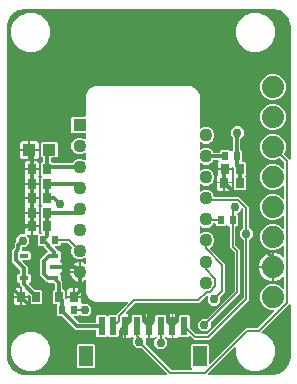
<source format=gbr>
From 7fb8215a1e2a72e235aa8f3d0580ebdae611a5b2 Mon Sep 17 00:00:00 2001
From: jaseg <git@jaseg.de>
Date: Sat, 21 Dec 2024 17:32:16 +0100
Subject: Add recent fusion-360 files as test resource

---
 gerbonara/tests/resources/fusion360/copper_top.gbr | 1929 ++++++++++++++++++++
 1 file changed, 1929 insertions(+)
 create mode 100644 gerbonara/tests/resources/fusion360/copper_top.gbr

(limited to 'gerbonara/tests/resources/fusion360/copper_top.gbr')

diff --git a/gerbonara/tests/resources/fusion360/copper_top.gbr b/gerbonara/tests/resources/fusion360/copper_top.gbr
new file mode 100644
index 0000000..6df6718
--- /dev/null
+++ b/gerbonara/tests/resources/fusion360/copper_top.gbr
@@ -0,0 +1,1929 @@
+G04 EAGLE Gerber RS-274X export*
+G75*
+%MOMM*%
+%FSLAX34Y34*%
+%LPD*%
+%INTop Copper*%
+%IPPOS*%
+%AMOC8*
+5,1,8,0,0,1.08239X$1,22.5*%
+G01*
+G04 Define Apertures*
+%ADD10R,1.100000X1.000000*%
+%ADD11R,0.700000X0.900000*%
+%ADD12C,1.879600*%
+%ADD13R,0.600000X0.700000*%
+%ADD14R,1.108000X1.108000*%
+%ADD15C,1.108000*%
+%ADD16R,0.800100X0.457200*%
+%ADD17R,0.600000X1.550000*%
+%ADD18R,1.200000X1.800000*%
+%ADD19C,0.304800*%
+%ADD20C,0.756400*%
+%ADD21C,0.152400*%
+G36*
+X20225Y-154940D02*
+X19927Y-155000D01*
+X-100000Y-155000D01*
+X-100149Y-154985D01*
+X-105597Y-153902D01*
+X-105872Y-153788D01*
+X-110491Y-150701D01*
+X-110701Y-150491D01*
+X-113788Y-145872D01*
+X-113902Y-145597D01*
+X-114985Y-140149D01*
+X-115000Y-140000D01*
+X-115000Y140000D01*
+X-114985Y140149D01*
+X-113902Y145597D01*
+X-113788Y145872D01*
+X-110701Y150491D01*
+X-110491Y150701D01*
+X-105872Y153788D01*
+X-105597Y153902D01*
+X-100149Y154985D01*
+X-100000Y155000D01*
+X110000Y155000D01*
+X110149Y154985D01*
+X115597Y153902D01*
+X115872Y153788D01*
+X120491Y150701D01*
+X120701Y150491D01*
+X123788Y145872D01*
+X123902Y145597D01*
+X124985Y140149D01*
+X125000Y140000D01*
+X125000Y27928D01*
+X124953Y27665D01*
+X124794Y27407D01*
+X124546Y27231D01*
+X124250Y27166D01*
+X123952Y27222D01*
+X123699Y27389D01*
+X119666Y31422D01*
+X119506Y31658D01*
+X119443Y31955D01*
+X119501Y32253D01*
+X120922Y35683D01*
+X120922Y40028D01*
+X119259Y44042D01*
+X116187Y47115D01*
+X112173Y48778D01*
+X107827Y48778D01*
+X103813Y47115D01*
+X100741Y44042D01*
+X99078Y40028D01*
+X99078Y35683D01*
+X100741Y31669D01*
+X103813Y28596D01*
+X107827Y26934D01*
+X112173Y26934D01*
+X115603Y28355D01*
+X115882Y28412D01*
+X116181Y28357D01*
+X116433Y28189D01*
+X119175Y25448D01*
+X119338Y25206D01*
+X119398Y24909D01*
+X119398Y20343D01*
+X119351Y20080D01*
+X119192Y19822D01*
+X118944Y19647D01*
+X118648Y19581D01*
+X118350Y19637D01*
+X118097Y19805D01*
+X116187Y21715D01*
+X112173Y23378D01*
+X107827Y23378D01*
+X103813Y21715D01*
+X100741Y18642D01*
+X99078Y14628D01*
+X99078Y10283D01*
+X100741Y6269D01*
+X103813Y3196D01*
+X107827Y1534D01*
+X112173Y1534D01*
+X116187Y3196D01*
+X118097Y5107D01*
+X118317Y5260D01*
+X118612Y5330D01*
+X118911Y5279D01*
+X119166Y5115D01*
+X119338Y4865D01*
+X119398Y4568D01*
+X119398Y-5057D01*
+X119351Y-5320D01*
+X119192Y-5578D01*
+X118944Y-5754D01*
+X118648Y-5819D01*
+X118350Y-5763D01*
+X118097Y-5596D01*
+X116187Y-3685D01*
+X112173Y-2022D01*
+X107827Y-2022D01*
+X103813Y-3685D01*
+X100741Y-6758D01*
+X99078Y-10772D01*
+X99078Y-15117D01*
+X100741Y-19131D01*
+X103813Y-22204D01*
+X107827Y-23866D01*
+X112173Y-23866D01*
+X116187Y-22204D01*
+X118097Y-20293D01*
+X118317Y-20140D01*
+X118612Y-20070D01*
+X118911Y-20121D01*
+X119166Y-20285D01*
+X119338Y-20535D01*
+X119398Y-20832D01*
+X119398Y-30457D01*
+X119351Y-30720D01*
+X119192Y-30978D01*
+X118944Y-31154D01*
+X118648Y-31219D01*
+X118350Y-31163D01*
+X118097Y-30996D01*
+X116187Y-29085D01*
+X112173Y-27422D01*
+X107827Y-27422D01*
+X103813Y-29085D01*
+X100741Y-32158D01*
+X99078Y-36172D01*
+X99078Y-40517D01*
+X100741Y-44531D01*
+X103813Y-47604D01*
+X107827Y-49266D01*
+X112173Y-49266D01*
+X116187Y-47604D01*
+X118097Y-45693D01*
+X118317Y-45540D01*
+X118612Y-45470D01*
+X118911Y-45521D01*
+X119166Y-45685D01*
+X119338Y-45935D01*
+X119398Y-46232D01*
+X119398Y-54420D01*
+X119351Y-54683D01*
+X119192Y-54941D01*
+X118944Y-55117D01*
+X118648Y-55182D01*
+X118350Y-55126D01*
+X118097Y-54959D01*
+X116762Y-53624D01*
+X112375Y-51806D01*
+X110762Y-51806D01*
+X110762Y-75682D01*
+X112375Y-75682D01*
+X116762Y-73865D01*
+X118097Y-72530D01*
+X118317Y-72377D01*
+X118612Y-72307D01*
+X118911Y-72358D01*
+X119166Y-72522D01*
+X119338Y-72772D01*
+X119398Y-73069D01*
+X119398Y-81257D01*
+X119351Y-81520D01*
+X119192Y-81778D01*
+X118944Y-81954D01*
+X118648Y-82019D01*
+X118350Y-81963D01*
+X118097Y-81796D01*
+X116187Y-79885D01*
+X112173Y-78222D01*
+X107827Y-78222D01*
+X103813Y-79885D01*
+X100741Y-82958D01*
+X99078Y-86972D01*
+X99078Y-91317D01*
+X100741Y-95331D01*
+X103813Y-98404D01*
+X107827Y-100066D01*
+X110529Y-100066D01*
+X110792Y-100113D01*
+X111051Y-100273D01*
+X111226Y-100520D01*
+X111291Y-100816D01*
+X111235Y-101114D01*
+X111068Y-101367D01*
+X97206Y-115229D01*
+X96965Y-115392D01*
+X96668Y-115452D01*
+X86903Y-115452D01*
+X56825Y-145530D01*
+X56605Y-145683D01*
+X56310Y-145753D01*
+X56011Y-145702D01*
+X55756Y-145539D01*
+X55584Y-145289D01*
+X55524Y-144991D01*
+X55524Y-129369D01*
+X54631Y-128476D01*
+X41369Y-128476D01*
+X40476Y-129369D01*
+X40476Y-148631D01*
+X41544Y-149699D01*
+X41697Y-149919D01*
+X41767Y-150214D01*
+X41716Y-150513D01*
+X41552Y-150768D01*
+X41302Y-150940D01*
+X41005Y-151000D01*
+X24549Y-151000D01*
+X24263Y-150944D01*
+X24010Y-150777D01*
+X2529Y-129296D01*
+X2366Y-129055D01*
+X2306Y-128757D01*
+X2306Y-124802D01*
+X2357Y-124527D01*
+X2521Y-124272D01*
+X2771Y-124100D01*
+X3068Y-124040D01*
+X4238Y-124040D01*
+X4238Y-103460D01*
+X948Y-103460D01*
+X-180Y-104588D01*
+X-410Y-104746D01*
+X-706Y-104811D01*
+X-1004Y-104755D01*
+X-1257Y-104588D01*
+X-1369Y-104476D01*
+X-8631Y-104476D01*
+X-8743Y-104588D01*
+X-8973Y-104746D01*
+X-9269Y-104811D01*
+X-9568Y-104755D01*
+X-9820Y-104588D01*
+X-10948Y-103460D01*
+X-13620Y-103460D01*
+X-13884Y-103413D01*
+X-14142Y-103254D01*
+X-14317Y-103006D01*
+X-14382Y-102710D01*
+X-14327Y-102412D01*
+X-14159Y-102159D01*
+X-6441Y-94441D01*
+X-6200Y-94278D01*
+X-5902Y-94218D01*
+X43669Y-94218D01*
+X43955Y-94274D01*
+X43974Y-94286D01*
+X47947Y-94286D01*
+X53627Y-88606D01*
+X53847Y-88453D01*
+X54142Y-88383D01*
+X54441Y-88434D01*
+X54696Y-88597D01*
+X54868Y-88847D01*
+X54928Y-89145D01*
+X54928Y-93194D01*
+X58036Y-96302D01*
+X62432Y-96302D01*
+X65540Y-93194D01*
+X65540Y-89239D01*
+X65596Y-88953D01*
+X65763Y-88700D01*
+X69500Y-84963D01*
+X69500Y-60907D01*
+X57079Y-48486D01*
+X56923Y-48261D01*
+X56856Y-47965D01*
+X56909Y-47667D01*
+X57074Y-47413D01*
+X57326Y-47243D01*
+X57341Y-47237D01*
+X59329Y-45249D01*
+X60404Y-42653D01*
+X60404Y-39843D01*
+X59329Y-37247D01*
+X57341Y-35259D01*
+X54745Y-34184D01*
+X51935Y-34184D01*
+X49339Y-35259D01*
+X49227Y-35371D01*
+X49007Y-35524D01*
+X48712Y-35594D01*
+X48413Y-35543D01*
+X48158Y-35380D01*
+X47986Y-35130D01*
+X47926Y-34832D01*
+X47926Y-29864D01*
+X47973Y-29600D01*
+X48132Y-29342D01*
+X48380Y-29167D01*
+X48676Y-29102D01*
+X48974Y-29157D01*
+X49227Y-29325D01*
+X49339Y-29437D01*
+X51935Y-30512D01*
+X54745Y-30512D01*
+X57341Y-29437D01*
+X59329Y-27449D01*
+X59542Y-26934D01*
+X59699Y-26695D01*
+X59949Y-26524D01*
+X60246Y-26463D01*
+X60735Y-26463D01*
+X61010Y-26514D01*
+X61265Y-26678D01*
+X61437Y-26928D01*
+X61497Y-27225D01*
+X61497Y-28308D01*
+X62390Y-29201D01*
+X69653Y-29201D01*
+X70483Y-28371D01*
+X70713Y-28213D01*
+X71009Y-28148D01*
+X71307Y-28204D01*
+X71560Y-28371D01*
+X72390Y-29201D01*
+X72973Y-29201D01*
+X73248Y-29252D01*
+X73503Y-29416D01*
+X73675Y-29666D01*
+X73735Y-29963D01*
+X73735Y-47387D01*
+X77559Y-51210D01*
+X77722Y-51452D01*
+X77782Y-51749D01*
+X77782Y-83243D01*
+X77726Y-83529D01*
+X77559Y-83782D01*
+X53870Y-107471D01*
+X53629Y-107634D01*
+X53331Y-107694D01*
+X49802Y-107694D01*
+X46694Y-110802D01*
+X46694Y-115198D01*
+X49802Y-118306D01*
+X54198Y-118306D01*
+X57306Y-115198D01*
+X57306Y-110817D01*
+X57362Y-110531D01*
+X57529Y-110278D01*
+X82354Y-85453D01*
+X82354Y-49540D01*
+X78531Y-45716D01*
+X78368Y-45475D01*
+X78307Y-45177D01*
+X78307Y-29963D01*
+X78359Y-29689D01*
+X78522Y-29433D01*
+X78772Y-29262D01*
+X79069Y-29201D01*
+X79653Y-29201D01*
+X80545Y-28308D01*
+X80545Y-20046D01*
+X80040Y-19541D01*
+X79882Y-19311D01*
+X79817Y-19014D01*
+X79873Y-18716D01*
+X80040Y-18463D01*
+X83349Y-15155D01*
+X83349Y-14754D01*
+X83396Y-14491D01*
+X83555Y-14233D01*
+X83803Y-14057D01*
+X84099Y-13992D01*
+X84397Y-14048D01*
+X84650Y-14215D01*
+X84798Y-14364D01*
+X84961Y-14605D01*
+X85021Y-14902D01*
+X85021Y-30166D01*
+X84966Y-30452D01*
+X84798Y-30705D01*
+X82232Y-33271D01*
+X82232Y-37667D01*
+X85029Y-40463D01*
+X85192Y-40705D01*
+X85252Y-41002D01*
+X85252Y-89199D01*
+X85196Y-89485D01*
+X85029Y-89738D01*
+X54276Y-120491D01*
+X54035Y-120654D01*
+X53737Y-120714D01*
+X45513Y-120714D01*
+X45227Y-120658D01*
+X44974Y-120491D01*
+X39747Y-115264D01*
+X39584Y-115023D01*
+X39524Y-114725D01*
+X39524Y-105369D01*
+X38631Y-104476D01*
+X31369Y-104476D01*
+X31257Y-104588D01*
+X31027Y-104746D01*
+X30731Y-104811D01*
+X30432Y-104755D01*
+X30180Y-104588D01*
+X29052Y-103460D01*
+X25762Y-103460D01*
+X25762Y-124040D01*
+X29052Y-124040D01*
+X30180Y-122913D01*
+X30410Y-122755D01*
+X30706Y-122689D01*
+X31004Y-122745D01*
+X31257Y-122913D01*
+X31369Y-123024D01*
+X38631Y-123024D01*
+X39297Y-122358D01*
+X39528Y-122200D01*
+X39824Y-122135D01*
+X40122Y-122190D01*
+X40375Y-122358D01*
+X43303Y-125286D01*
+X55947Y-125286D01*
+X89824Y-91409D01*
+X89824Y-41002D01*
+X89880Y-40716D01*
+X90047Y-40463D01*
+X92844Y-37667D01*
+X92844Y-33271D01*
+X89817Y-30243D01*
+X89654Y-30002D01*
+X89593Y-29705D01*
+X89593Y-12693D01*
+X81503Y-4603D01*
+X61062Y-4603D01*
+X60782Y-4550D01*
+X60528Y-4384D01*
+X60358Y-4133D01*
+X59329Y-1647D01*
+X57341Y341D01*
+X54745Y1416D01*
+X51935Y1416D01*
+X49339Y341D01*
+X49227Y229D01*
+X49007Y76D01*
+X48712Y6D01*
+X48413Y57D01*
+X48158Y220D01*
+X47986Y470D01*
+X47926Y768D01*
+X47926Y5736D01*
+X47973Y6000D01*
+X48132Y6258D01*
+X48380Y6433D01*
+X48676Y6498D01*
+X48974Y6443D01*
+X49227Y6275D01*
+X49339Y6163D01*
+X51935Y5088D01*
+X54745Y5088D01*
+X57341Y6163D01*
+X59329Y8151D01*
+X60404Y10747D01*
+X60404Y13557D01*
+X59329Y16153D01*
+X57341Y18141D01*
+X54745Y19216D01*
+X51935Y19216D01*
+X49339Y18141D01*
+X49227Y18029D01*
+X49007Y17876D01*
+X48712Y17806D01*
+X48413Y17857D01*
+X48158Y18020D01*
+X47986Y18270D01*
+X47926Y18568D01*
+X47926Y23536D01*
+X47973Y23800D01*
+X48132Y24058D01*
+X48380Y24233D01*
+X48676Y24298D01*
+X48974Y24243D01*
+X49227Y24075D01*
+X49339Y23963D01*
+X51935Y22888D01*
+X54745Y22888D01*
+X57341Y23963D01*
+X59329Y25951D01*
+X59529Y26434D01*
+X59685Y26672D01*
+X59935Y26844D01*
+X60233Y26904D01*
+X63316Y26904D01*
+X63580Y26857D01*
+X63838Y26698D01*
+X64013Y26450D01*
+X64078Y26154D01*
+X64023Y25856D01*
+X63855Y25603D01*
+X63154Y24902D01*
+X63154Y20112D01*
+X75234Y20112D01*
+X75234Y20160D01*
+X75281Y20423D01*
+X75440Y20681D01*
+X75688Y20857D01*
+X75984Y20922D01*
+X76282Y20866D01*
+X76535Y20699D01*
+X76947Y20287D01*
+X77110Y20045D01*
+X77170Y19748D01*
+X77170Y14219D01*
+X77173Y14216D01*
+X77331Y13985D01*
+X77396Y13689D01*
+X77340Y13391D01*
+X77173Y13138D01*
+X76946Y12911D01*
+X76946Y2649D01*
+X77839Y1756D01*
+X86101Y1756D01*
+X86994Y2649D01*
+X86994Y12911D01*
+X86991Y12914D01*
+X86833Y13145D01*
+X86768Y13441D01*
+X86824Y13739D01*
+X86991Y13992D01*
+X87218Y14219D01*
+X87218Y24481D01*
+X86325Y25374D01*
+X84756Y25374D01*
+X84481Y25425D01*
+X84226Y25589D01*
+X84054Y25839D01*
+X83994Y26136D01*
+X83994Y34477D01*
+X83060Y35411D01*
+X83005Y35421D01*
+X82750Y35585D01*
+X82578Y35835D01*
+X82518Y36132D01*
+X82518Y44699D01*
+X82574Y44985D01*
+X82741Y45237D01*
+X85306Y47802D01*
+X85306Y52198D01*
+X82198Y55306D01*
+X77802Y55306D01*
+X74694Y52198D01*
+X74694Y47802D01*
+X76199Y46297D01*
+X76362Y46056D01*
+X76422Y45759D01*
+X76422Y36132D01*
+X76371Y35857D01*
+X76207Y35602D01*
+X75957Y35430D01*
+X75884Y35416D01*
+X75009Y34540D01*
+X74778Y34382D01*
+X74482Y34317D01*
+X74184Y34373D01*
+X73931Y34540D01*
+X73101Y35370D01*
+X65839Y35370D01*
+X64946Y34477D01*
+X64946Y33762D01*
+X64895Y33487D01*
+X64731Y33232D01*
+X64481Y33060D01*
+X64184Y33000D01*
+X60233Y33000D01*
+X59952Y33053D01*
+X59698Y33219D01*
+X59529Y33470D01*
+X59329Y33953D01*
+X57341Y35941D01*
+X54745Y37016D01*
+X51935Y37016D01*
+X49339Y35941D01*
+X49227Y35829D01*
+X49007Y35676D01*
+X48712Y35606D01*
+X48413Y35657D01*
+X48158Y35820D01*
+X47986Y36070D01*
+X47926Y36368D01*
+X47926Y41336D01*
+X47973Y41600D01*
+X48132Y41858D01*
+X48380Y42033D01*
+X48676Y42098D01*
+X48974Y42043D01*
+X49227Y41875D01*
+X49339Y41763D01*
+X51935Y40688D01*
+X54745Y40688D01*
+X57341Y41763D01*
+X59329Y43751D01*
+X60404Y46347D01*
+X60404Y49157D01*
+X59329Y51753D01*
+X57341Y53741D01*
+X54745Y54816D01*
+X51935Y54816D01*
+X49339Y53741D01*
+X49227Y53629D01*
+X49007Y53476D01*
+X48712Y53406D01*
+X48413Y53457D01*
+X48158Y53620D01*
+X47986Y53870D01*
+X47926Y54168D01*
+X47926Y82203D01*
+X45225Y86881D01*
+X40547Y89582D01*
+X-40801Y89582D01*
+X-45479Y86881D01*
+X-48180Y82203D01*
+X-48180Y64468D01*
+X-48231Y64193D01*
+X-48395Y63938D01*
+X-48645Y63766D01*
+X-48942Y63706D01*
+X-59765Y63706D01*
+X-60658Y62813D01*
+X-60658Y50471D01*
+X-59765Y49578D01*
+X-48942Y49578D01*
+X-48667Y49527D01*
+X-48412Y49363D01*
+X-48240Y49113D01*
+X-48180Y48816D01*
+X-48180Y45258D01*
+X-48227Y44994D01*
+X-48386Y44736D01*
+X-48634Y44561D01*
+X-48930Y44496D01*
+X-49228Y44551D01*
+X-49481Y44719D01*
+X-49593Y44831D01*
+X-52189Y45906D01*
+X-54999Y45906D01*
+X-57595Y44831D01*
+X-59583Y42843D01*
+X-60658Y40247D01*
+X-60658Y37437D01*
+X-59583Y34841D01*
+X-57595Y32853D01*
+X-54999Y31778D01*
+X-52189Y31778D01*
+X-49593Y32853D01*
+X-49481Y32965D01*
+X-49261Y33118D01*
+X-48966Y33188D01*
+X-48667Y33137D01*
+X-48412Y32974D01*
+X-48240Y32724D01*
+X-48180Y32426D01*
+X-48180Y27458D01*
+X-48227Y27194D01*
+X-48386Y26936D01*
+X-48634Y26761D01*
+X-48930Y26696D01*
+X-49228Y26751D01*
+X-49481Y26919D01*
+X-49593Y27031D01*
+X-52189Y28106D01*
+X-54999Y28106D01*
+X-57595Y27031D01*
+X-59583Y25043D01*
+X-59783Y24560D01*
+X-59939Y24322D01*
+X-60189Y24150D01*
+X-60487Y24090D01*
+X-75699Y24090D01*
+X-75985Y24146D01*
+X-76238Y24313D01*
+X-76999Y25074D01*
+X-77320Y25074D01*
+X-77595Y25125D01*
+X-77850Y25289D01*
+X-78022Y25539D01*
+X-78082Y25836D01*
+X-78082Y28274D01*
+X-78031Y28549D01*
+X-77867Y28804D01*
+X-77617Y28976D01*
+X-77320Y29036D01*
+X-72999Y29036D01*
+X-72106Y29929D01*
+X-72106Y41191D01*
+X-72999Y42084D01*
+X-85261Y42084D01*
+X-86154Y41191D01*
+X-86154Y29929D01*
+X-85261Y29036D01*
+X-84940Y29036D01*
+X-84665Y28985D01*
+X-84410Y28821D01*
+X-84238Y28571D01*
+X-84178Y28274D01*
+X-84178Y25836D01*
+X-84229Y25561D01*
+X-84393Y25306D01*
+X-84643Y25134D01*
+X-84940Y25074D01*
+X-85261Y25074D01*
+X-86154Y24181D01*
+X-86154Y13919D01*
+X-85474Y13239D01*
+X-85316Y13008D01*
+X-85251Y12712D01*
+X-85307Y12414D01*
+X-85474Y12161D01*
+X-86154Y11481D01*
+X-86154Y1219D01*
+X-86109Y1174D01*
+X-85951Y943D01*
+X-85886Y647D01*
+X-85942Y349D01*
+X-86109Y96D01*
+X-86154Y51D01*
+X-86154Y-10211D01*
+X-85474Y-10891D01*
+X-85316Y-11122D01*
+X-85251Y-11418D01*
+X-85307Y-11716D01*
+X-85474Y-11969D01*
+X-86154Y-12649D01*
+X-86154Y-22911D01*
+X-86109Y-22956D01*
+X-85951Y-23187D01*
+X-85886Y-23483D01*
+X-85942Y-23781D01*
+X-86109Y-24034D01*
+X-86154Y-24079D01*
+X-86154Y-34341D01*
+X-85792Y-34703D01*
+X-85639Y-34923D01*
+X-85569Y-35218D01*
+X-85620Y-35517D01*
+X-85784Y-35772D01*
+X-86034Y-35944D01*
+X-86331Y-36004D01*
+X-87492Y-36004D01*
+X-87756Y-35957D01*
+X-88014Y-35798D01*
+X-88189Y-35550D01*
+X-88254Y-35254D01*
+X-88199Y-34956D01*
+X-88090Y-34792D01*
+X-88090Y-29972D01*
+X-93368Y-29972D01*
+X-93368Y-36250D01*
+X-89572Y-36250D01*
+X-89297Y-36301D01*
+X-89042Y-36465D01*
+X-88870Y-36715D01*
+X-88810Y-37012D01*
+X-88810Y-45159D01*
+X-87917Y-46052D01*
+X-84144Y-46052D01*
+X-83869Y-46103D01*
+X-83614Y-46267D01*
+X-83442Y-46517D01*
+X-83382Y-46814D01*
+X-83382Y-47053D01*
+X-80438Y-49997D01*
+X-80285Y-50216D01*
+X-80216Y-50511D01*
+X-80266Y-50810D01*
+X-80430Y-51066D01*
+X-80680Y-51237D01*
+X-80977Y-51298D01*
+X-81008Y-51298D01*
+X-86868Y-57157D01*
+X-86868Y-71113D01*
+X-81587Y-76394D01*
+X-80879Y-76394D01*
+X-80593Y-76449D01*
+X-80340Y-76617D01*
+X-79801Y-77156D01*
+X-75986Y-77156D01*
+X-75700Y-77211D01*
+X-75447Y-77379D01*
+X-74541Y-78284D01*
+X-74378Y-78526D01*
+X-74318Y-78823D01*
+X-74318Y-82132D01*
+X-74369Y-82407D01*
+X-74533Y-82662D01*
+X-74783Y-82834D01*
+X-75080Y-82894D01*
+X-75401Y-82894D01*
+X-76294Y-83787D01*
+X-76294Y-94049D01*
+X-75401Y-94942D01*
+X-73660Y-94942D01*
+X-73385Y-94993D01*
+X-73130Y-95157D01*
+X-72958Y-95407D01*
+X-72898Y-95704D01*
+X-72898Y-104263D01*
+X-72005Y-105156D01*
+X-68787Y-105156D01*
+X-68501Y-105212D01*
+X-68248Y-105379D01*
+X-56829Y-116798D01*
+X-40286Y-116798D01*
+X-40011Y-116849D01*
+X-39756Y-117013D01*
+X-39584Y-117263D01*
+X-39524Y-117560D01*
+X-39524Y-122131D01*
+X-38631Y-123024D01*
+X-31369Y-123024D01*
+X-30539Y-122194D01*
+X-30308Y-122036D01*
+X-30012Y-121971D01*
+X-29714Y-122027D01*
+X-29461Y-122194D01*
+X-28631Y-123024D01*
+X-21369Y-123024D01*
+X-21257Y-122913D01*
+X-21027Y-122755D01*
+X-20731Y-122689D01*
+X-20432Y-122745D01*
+X-20180Y-122913D01*
+X-19052Y-124040D01*
+X-15762Y-124040D01*
+X-15762Y-112988D01*
+X-14238Y-112988D01*
+X-14238Y-124040D01*
+X-10948Y-124040D01*
+X-9820Y-122913D01*
+X-9590Y-122755D01*
+X-9294Y-122689D01*
+X-8996Y-122745D01*
+X-8743Y-122913D01*
+X-8631Y-123024D01*
+X-8561Y-123024D01*
+X-8298Y-123071D01*
+X-8040Y-123230D01*
+X-7865Y-123478D01*
+X-7800Y-123774D01*
+X-7855Y-124072D01*
+X-8023Y-124325D01*
+X-8306Y-124608D01*
+X-8306Y-129004D01*
+X-5198Y-132112D01*
+X-1437Y-132112D01*
+X-1151Y-132168D01*
+X-898Y-132335D01*
+X20466Y-153699D01*
+X20619Y-153919D01*
+X20689Y-154214D01*
+X20638Y-154513D01*
+X20475Y-154768D01*
+X20225Y-154940D01*
+G37*
+%LPC*%
+G36*
+X-98282Y118500D02*
+X-91718Y118500D01*
+X-85654Y121012D01*
+X-81012Y125654D01*
+X-78500Y131718D01*
+X-78500Y138282D01*
+X-81012Y144347D01*
+X-85654Y148988D01*
+X-91718Y151500D01*
+X-98282Y151500D01*
+X-104347Y148988D01*
+X-108988Y144347D01*
+X-111500Y138282D01*
+X-111500Y131718D01*
+X-108988Y125654D01*
+X-104347Y121012D01*
+X-98282Y118500D01*
+G37*
+G36*
+X91718Y118500D02*
+X98282Y118500D01*
+X104347Y121012D01*
+X108988Y125654D01*
+X111500Y131718D01*
+X111500Y138282D01*
+X108988Y144347D01*
+X104347Y148988D01*
+X98282Y151500D01*
+X91718Y151500D01*
+X85654Y148988D01*
+X81012Y144347D01*
+X78500Y138282D01*
+X78500Y131718D01*
+X81012Y125654D01*
+X85654Y121012D01*
+X91718Y118500D01*
+G37*
+G36*
+X107827Y77734D02*
+X112173Y77734D01*
+X116187Y79396D01*
+X119259Y82469D01*
+X120922Y86483D01*
+X120922Y90828D01*
+X119259Y94842D01*
+X116187Y97915D01*
+X112173Y99578D01*
+X107827Y99578D01*
+X103813Y97915D01*
+X100741Y94842D01*
+X99078Y90828D01*
+X99078Y86483D01*
+X100741Y82469D01*
+X103813Y79396D01*
+X107827Y77734D01*
+G37*
+G36*
+X107827Y52334D02*
+X112173Y52334D01*
+X116187Y53996D01*
+X119259Y57069D01*
+X120922Y61083D01*
+X120922Y65428D01*
+X119259Y69442D01*
+X116187Y72515D01*
+X112173Y74178D01*
+X107827Y74178D01*
+X103813Y72515D01*
+X100741Y69442D01*
+X99078Y65428D01*
+X99078Y61083D01*
+X100741Y57069D01*
+X103813Y53996D01*
+X107827Y52334D01*
+G37*
+G36*
+X-95368Y36322D02*
+X-88090Y36322D01*
+X-88090Y41612D01*
+X-89578Y43100D01*
+X-95368Y43100D01*
+X-95368Y36322D01*
+G37*
+G36*
+X-104170Y36322D02*
+X-96892Y36322D01*
+X-96892Y43100D01*
+X-102682Y43100D01*
+X-104170Y41612D01*
+X-104170Y36322D01*
+G37*
+G36*
+X-102682Y28020D02*
+X-96892Y28020D01*
+X-96892Y34798D01*
+X-104170Y34798D01*
+X-104170Y29508D01*
+X-102682Y28020D01*
+G37*
+G36*
+X-95368Y28020D02*
+X-89578Y28020D01*
+X-88090Y29508D01*
+X-88090Y34798D01*
+X-95368Y34798D01*
+X-95368Y28020D01*
+G37*
+G36*
+X-93368Y19812D02*
+X-88090Y19812D01*
+X-88090Y24602D01*
+X-89578Y26090D01*
+X-93368Y26090D01*
+X-93368Y19812D01*
+G37*
+G36*
+X-100170Y19812D02*
+X-94892Y19812D01*
+X-94892Y26090D01*
+X-98682Y26090D01*
+X-100170Y24602D01*
+X-100170Y19812D01*
+G37*
+G36*
+X62930Y8542D02*
+X75010Y8542D01*
+X75010Y13258D01*
+X75066Y13544D01*
+X75233Y13797D01*
+X75234Y13798D01*
+X75234Y18588D01*
+X63154Y18588D01*
+X63154Y13872D01*
+X63098Y13586D01*
+X62931Y13333D01*
+X62930Y13332D01*
+X62930Y8542D01*
+G37*
+G36*
+X-100170Y7112D02*
+X-88090Y7112D01*
+X-88090Y11902D01*
+X-88349Y12161D01*
+X-88507Y12392D01*
+X-88572Y12688D01*
+X-88517Y12986D01*
+X-88349Y13239D01*
+X-88090Y13498D01*
+X-88090Y18288D01*
+X-100170Y18288D01*
+X-100170Y13498D01*
+X-99911Y13239D01*
+X-99753Y13008D01*
+X-99688Y12712D01*
+X-99743Y12414D01*
+X-99911Y12161D01*
+X-100170Y11902D01*
+X-100170Y7112D01*
+G37*
+G36*
+X64418Y740D02*
+X68208Y740D01*
+X68208Y7018D01*
+X62930Y7018D01*
+X62930Y2228D01*
+X64418Y740D01*
+G37*
+G36*
+X69732Y740D02*
+X73522Y740D01*
+X75010Y2228D01*
+X75010Y7018D01*
+X69732Y7018D01*
+X69732Y740D01*
+G37*
+G36*
+X-100170Y-4318D02*
+X-88090Y-4318D01*
+X-88090Y5588D01*
+X-100170Y5588D01*
+X-100170Y-4318D01*
+G37*
+G36*
+X-100170Y-17018D02*
+X-88090Y-17018D01*
+X-88090Y-12228D01*
+X-88349Y-11969D01*
+X-88507Y-11738D01*
+X-88572Y-11442D01*
+X-88517Y-11144D01*
+X-88349Y-10891D01*
+X-88090Y-10632D01*
+X-88090Y-5842D01*
+X-100170Y-5842D01*
+X-100170Y-10632D01*
+X-99911Y-10891D01*
+X-99753Y-11122D01*
+X-99688Y-11418D01*
+X-99743Y-11716D01*
+X-99911Y-11969D01*
+X-100170Y-12228D01*
+X-100170Y-17018D01*
+G37*
+G36*
+X-100170Y-28448D02*
+X-88090Y-28448D01*
+X-88090Y-18542D01*
+X-100170Y-18542D01*
+X-100170Y-28448D01*
+G37*
+G36*
+X-94245Y-94842D02*
+X-85983Y-94842D01*
+X-85090Y-93949D01*
+X-85090Y-83687D01*
+X-85983Y-82794D01*
+X-91512Y-82794D01*
+X-91798Y-82738D01*
+X-92051Y-82571D01*
+X-96226Y-78395D01*
+X-96384Y-78165D01*
+X-96449Y-77869D01*
+X-96394Y-77571D01*
+X-96226Y-77318D01*
+X-95171Y-76263D01*
+X-95171Y-70428D01*
+X-96064Y-69536D01*
+X-96886Y-69536D01*
+X-97160Y-69484D01*
+X-97416Y-69321D01*
+X-97587Y-69071D01*
+X-97648Y-68774D01*
+X-97648Y-63680D01*
+X-101871Y-59456D01*
+X-102024Y-59237D01*
+X-102094Y-58942D01*
+X-102043Y-58643D01*
+X-101880Y-58387D01*
+X-101630Y-58216D01*
+X-101332Y-58156D01*
+X-96064Y-58156D01*
+X-95171Y-57263D01*
+X-95171Y-51428D01*
+X-96064Y-50536D01*
+X-101618Y-50536D01*
+X-101893Y-50484D01*
+X-102148Y-50321D01*
+X-102320Y-50071D01*
+X-102380Y-49774D01*
+X-102380Y-47483D01*
+X-102329Y-47208D01*
+X-102165Y-46952D01*
+X-101915Y-46781D01*
+X-101618Y-46721D01*
+X-99558Y-46721D01*
+X-96449Y-43612D01*
+X-96449Y-39217D01*
+X-98115Y-37551D01*
+X-98268Y-37331D01*
+X-98338Y-37036D01*
+X-98287Y-36737D01*
+X-98124Y-36482D01*
+X-97874Y-36310D01*
+X-97577Y-36250D01*
+X-94892Y-36250D01*
+X-94892Y-29972D01*
+X-100170Y-29972D01*
+X-100170Y-34762D01*
+X-100124Y-34808D01*
+X-99971Y-35027D01*
+X-99902Y-35322D01*
+X-99952Y-35621D01*
+X-100116Y-35877D01*
+X-100366Y-36048D01*
+X-100663Y-36109D01*
+X-103953Y-36109D01*
+X-107061Y-39217D01*
+X-107061Y-42094D01*
+X-107117Y-42380D01*
+X-107285Y-42633D01*
+X-108476Y-43825D01*
+X-108476Y-46903D01*
+X-108532Y-47189D01*
+X-108699Y-47442D01*
+X-110792Y-49534D01*
+X-110792Y-59157D01*
+X-103967Y-65982D01*
+X-103804Y-66223D01*
+X-103744Y-66521D01*
+X-103744Y-68774D01*
+X-103795Y-69048D01*
+X-103958Y-69304D01*
+X-104208Y-69475D01*
+X-104506Y-69536D01*
+X-105327Y-69536D01*
+X-106220Y-70428D01*
+X-106220Y-76263D01*
+X-105327Y-77156D01*
+X-104506Y-77156D01*
+X-104231Y-77207D01*
+X-103975Y-77370D01*
+X-103804Y-77620D01*
+X-103744Y-77918D01*
+X-103744Y-79499D01*
+X-102765Y-80477D01*
+X-102612Y-80697D01*
+X-102543Y-80992D01*
+X-102593Y-81291D01*
+X-102661Y-81397D01*
+X-102352Y-81397D01*
+X-102352Y-88056D01*
+X-97074Y-88056D01*
+X-97074Y-88008D01*
+X-97027Y-87745D01*
+X-96868Y-87487D01*
+X-96620Y-87311D01*
+X-96324Y-87246D01*
+X-96026Y-87302D01*
+X-95773Y-87469D01*
+X-95361Y-87881D01*
+X-95198Y-88123D01*
+X-95138Y-88420D01*
+X-95138Y-93949D01*
+X-94245Y-94842D01*
+G37*
+G36*
+X98062Y-62982D02*
+X109238Y-62982D01*
+X109238Y-51806D01*
+X107625Y-51806D01*
+X103238Y-53624D01*
+X99879Y-56982D01*
+X98062Y-61370D01*
+X98062Y-62982D01*
+G37*
+G36*
+X107625Y-75682D02*
+X109238Y-75682D01*
+X109238Y-64506D01*
+X98062Y-64506D01*
+X98062Y-66119D01*
+X99879Y-70507D01*
+X103238Y-73865D01*
+X107625Y-75682D01*
+G37*
+G36*
+X-109154Y-88056D02*
+X-103876Y-88056D01*
+X-103876Y-81778D01*
+X-107666Y-81778D01*
+X-109154Y-83266D01*
+X-109154Y-88056D01*
+G37*
+G36*
+X-107666Y-95858D02*
+X-103876Y-95858D01*
+X-103876Y-89580D01*
+X-109154Y-89580D01*
+X-109154Y-94370D01*
+X-107666Y-95858D01*
+G37*
+G36*
+X-102352Y-95858D02*
+X-98562Y-95858D01*
+X-97074Y-94370D01*
+X-97074Y-89580D01*
+X-102352Y-89580D01*
+X-102352Y-95858D01*
+G37*
+G36*
+X12802Y-133306D02*
+X17198Y-133306D01*
+X20306Y-130198D01*
+X20306Y-125802D01*
+X18618Y-124115D01*
+X18460Y-123884D01*
+X18395Y-123588D01*
+X18451Y-123290D01*
+X18618Y-123037D01*
+X18743Y-122913D01*
+X18973Y-122755D01*
+X19269Y-122689D01*
+X19568Y-122745D01*
+X19820Y-122913D01*
+X20948Y-124040D01*
+X24238Y-124040D01*
+X24238Y-103460D01*
+X20948Y-103460D01*
+X19820Y-104588D01*
+X19590Y-104746D01*
+X19294Y-104811D01*
+X18996Y-104755D01*
+X18743Y-104588D01*
+X18631Y-104476D01*
+X11369Y-104476D01*
+X11257Y-104588D01*
+X11027Y-104746D01*
+X10731Y-104811D01*
+X10432Y-104755D01*
+X10180Y-104588D01*
+X9052Y-103460D01*
+X5762Y-103460D01*
+X5762Y-124040D01*
+X9052Y-124040D01*
+X10180Y-122913D01*
+X10410Y-122755D01*
+X10706Y-122689D01*
+X11004Y-122745D01*
+X11257Y-122913D01*
+X11382Y-123037D01*
+X11540Y-123267D01*
+X11605Y-123564D01*
+X11549Y-123862D01*
+X11382Y-124115D01*
+X9694Y-125802D01*
+X9694Y-130198D01*
+X12802Y-133306D01*
+G37*
+G36*
+X-98282Y-151500D02*
+X-91718Y-151500D01*
+X-85654Y-148988D01*
+X-81012Y-144347D01*
+X-78500Y-138282D01*
+X-78500Y-131718D01*
+X-81012Y-125654D01*
+X-85654Y-121012D01*
+X-91718Y-118500D01*
+X-98282Y-118500D01*
+X-104347Y-121012D01*
+X-108988Y-125654D01*
+X-111500Y-131718D01*
+X-111500Y-138282D01*
+X-108988Y-144347D01*
+X-104347Y-148988D01*
+X-98282Y-151500D01*
+G37*
+G36*
+X-54631Y-149524D02*
+X-41369Y-149524D01*
+X-40476Y-148631D01*
+X-40476Y-129369D01*
+X-41369Y-128476D01*
+X-54631Y-128476D01*
+X-55524Y-129369D01*
+X-55524Y-148631D01*
+X-54631Y-149524D01*
+G37*
+%LPD*%
+G36*
+X-39989Y-110642D02*
+X-40286Y-110702D01*
+X-53988Y-110702D01*
+X-54274Y-110646D01*
+X-54527Y-110479D01*
+X-58549Y-106457D01*
+X-58702Y-106237D01*
+X-58772Y-105942D01*
+X-58721Y-105643D01*
+X-58558Y-105388D01*
+X-58308Y-105216D01*
+X-58010Y-105156D01*
+X-54743Y-105156D01*
+X-53686Y-104099D01*
+X-53455Y-103941D01*
+X-53159Y-103876D01*
+X-52861Y-103932D01*
+X-52608Y-104099D01*
+X-51300Y-105408D01*
+X-46904Y-105408D01*
+X-43796Y-102300D01*
+X-43796Y-97904D01*
+X-46904Y-94796D01*
+X-51468Y-94796D01*
+X-51743Y-94745D01*
+X-51998Y-94581D01*
+X-52170Y-94331D01*
+X-52230Y-94034D01*
+X-52230Y-89680D01*
+X-64310Y-89680D01*
+X-64310Y-89728D01*
+X-64357Y-89991D01*
+X-64516Y-90249D01*
+X-64764Y-90425D01*
+X-65060Y-90490D01*
+X-65358Y-90434D01*
+X-65611Y-90267D01*
+X-66023Y-89855D01*
+X-66186Y-89613D01*
+X-66246Y-89316D01*
+X-66246Y-83787D01*
+X-67139Y-82894D01*
+X-67460Y-82894D01*
+X-67735Y-82843D01*
+X-67990Y-82679D01*
+X-68162Y-82429D01*
+X-68222Y-82132D01*
+X-68222Y-75982D01*
+X-69422Y-74783D01*
+X-69585Y-74541D01*
+X-69645Y-74244D01*
+X-69645Y-70428D01*
+X-70221Y-69853D01*
+X-70379Y-69622D01*
+X-70444Y-69326D01*
+X-70388Y-69028D01*
+X-70221Y-68775D01*
+X-68629Y-67184D01*
+X-68629Y-64608D01*
+X-75932Y-64608D01*
+X-75932Y-63084D01*
+X-68629Y-63084D01*
+X-68629Y-60507D01*
+X-70221Y-58916D01*
+X-70379Y-58685D01*
+X-70444Y-58389D01*
+X-70388Y-58091D01*
+X-70221Y-57838D01*
+X-69645Y-57263D01*
+X-69645Y-51428D01*
+X-70538Y-50536D01*
+X-71360Y-50536D01*
+X-71634Y-50484D01*
+X-71890Y-50321D01*
+X-72061Y-50071D01*
+X-72122Y-49774D01*
+X-72122Y-49692D01*
+X-74461Y-47353D01*
+X-74614Y-47133D01*
+X-74684Y-46838D01*
+X-74633Y-46539D01*
+X-74470Y-46284D01*
+X-74220Y-46112D01*
+X-73922Y-46052D01*
+X-70655Y-46052D01*
+X-69762Y-45159D01*
+X-69762Y-44076D01*
+X-69711Y-43801D01*
+X-69547Y-43546D01*
+X-69297Y-43374D01*
+X-69000Y-43314D01*
+X-63987Y-43314D01*
+X-63701Y-43370D01*
+X-63448Y-43537D01*
+X-60307Y-46677D01*
+X-60147Y-46913D01*
+X-60084Y-47210D01*
+X-60142Y-47508D01*
+X-60658Y-48753D01*
+X-60658Y-51563D01*
+X-59583Y-54159D01*
+X-57595Y-56147D01*
+X-54999Y-57222D01*
+X-52189Y-57222D01*
+X-49593Y-56147D01*
+X-49481Y-56035D01*
+X-49261Y-55882D01*
+X-48966Y-55812D01*
+X-48667Y-55863D01*
+X-48412Y-56026D01*
+X-48240Y-56276D01*
+X-48180Y-56574D01*
+X-48180Y-60314D01*
+X-48229Y-60583D01*
+X-48390Y-60840D01*
+X-48639Y-61014D01*
+X-48936Y-61076D01*
+X-49234Y-61018D01*
+X-51987Y-59878D01*
+X-52832Y-59878D01*
+X-52832Y-76038D01*
+X-51987Y-76038D01*
+X-49234Y-74898D01*
+X-48966Y-74840D01*
+X-48667Y-74891D01*
+X-48412Y-75054D01*
+X-48240Y-75304D01*
+X-48180Y-75602D01*
+X-48180Y-85759D01*
+X-45479Y-90437D01*
+X-40801Y-93138D01*
+X-13443Y-93138D01*
+X-13180Y-93185D01*
+X-12922Y-93344D01*
+X-12747Y-93592D01*
+X-12682Y-93888D01*
+X-12737Y-94186D01*
+X-12905Y-94439D01*
+X-22719Y-104253D01*
+X-22960Y-104416D01*
+X-23257Y-104476D01*
+X-28631Y-104476D01*
+X-29461Y-105306D01*
+X-29692Y-105464D01*
+X-29988Y-105529D01*
+X-30286Y-105473D01*
+X-30539Y-105306D01*
+X-31369Y-104476D01*
+X-38631Y-104476D01*
+X-39524Y-105369D01*
+X-39524Y-109940D01*
+X-39575Y-110215D01*
+X-39739Y-110470D01*
+X-39989Y-110642D01*
+G37*
+%LPC*%
+G36*
+X-61674Y-67196D02*
+X-54356Y-67196D01*
+X-54356Y-59878D01*
+X-55201Y-59878D01*
+X-58171Y-61108D01*
+X-60444Y-63381D01*
+X-61674Y-66351D01*
+X-61674Y-67196D01*
+G37*
+G36*
+X-55201Y-76038D02*
+X-54356Y-76038D01*
+X-54356Y-68720D01*
+X-61674Y-68720D01*
+X-61674Y-69565D01*
+X-60444Y-72535D01*
+X-58171Y-74808D01*
+X-55201Y-76038D01*
+G37*
+G36*
+X-57508Y-88156D02*
+X-52230Y-88156D01*
+X-52230Y-83366D01*
+X-53718Y-81878D01*
+X-57508Y-81878D01*
+X-57508Y-88156D01*
+G37*
+G36*
+X-64310Y-88156D02*
+X-59032Y-88156D01*
+X-59032Y-81878D01*
+X-62822Y-81878D01*
+X-64310Y-83366D01*
+X-64310Y-88156D01*
+G37*
+%LPD*%
+G36*
+X110149Y-154985D02*
+X110000Y-155000D01*
+X55660Y-155000D01*
+X55397Y-154953D01*
+X55139Y-154794D01*
+X54964Y-154546D01*
+X54898Y-154250D01*
+X54954Y-153952D01*
+X55122Y-153699D01*
+X77199Y-131622D01*
+X77419Y-131469D01*
+X77714Y-131399D01*
+X78013Y-131450D01*
+X78268Y-131613D01*
+X78440Y-131863D01*
+X78500Y-132160D01*
+X78500Y-138282D01*
+X81012Y-144347D01*
+X85654Y-148988D01*
+X91718Y-151500D01*
+X98282Y-151500D01*
+X104347Y-148988D01*
+X108988Y-144347D01*
+X111500Y-138282D01*
+X111500Y-131718D01*
+X108988Y-125654D01*
+X104347Y-121012D01*
+X100834Y-119557D01*
+X100604Y-119409D01*
+X100429Y-119161D01*
+X100364Y-118865D01*
+X100419Y-118567D01*
+X100587Y-118314D01*
+X123699Y-95202D01*
+X123919Y-95049D01*
+X124214Y-94979D01*
+X124513Y-95030D01*
+X124768Y-95193D01*
+X124940Y-95443D01*
+X125000Y-95741D01*
+X125000Y-140000D01*
+X124985Y-140149D01*
+X123902Y-145597D01*
+X123788Y-145872D01*
+X120701Y-150491D01*
+X120491Y-150701D01*
+X115872Y-153788D01*
+X115597Y-153902D01*
+X110149Y-154985D01*
+G37*
+D10*
+X-79130Y35560D03*
+X-96130Y35560D03*
+D11*
+X-81130Y19050D03*
+X-94130Y19050D03*
+X-81130Y-29210D03*
+X-94130Y-29210D03*
+X-81130Y-17780D03*
+X-94130Y-17780D03*
+X-71270Y-88918D03*
+X-58270Y-88918D03*
+X-90114Y-88818D03*
+X-103114Y-88818D03*
+X-81130Y-5080D03*
+X-94130Y-5080D03*
+X-81130Y6350D03*
+X-94130Y6350D03*
+D12*
+X110000Y88656D03*
+X110000Y63256D03*
+X110000Y37856D03*
+X110000Y12456D03*
+X110000Y-12944D03*
+X110000Y-38344D03*
+X110000Y-63744D03*
+X110000Y-89144D03*
+D13*
+X-84286Y-41028D03*
+X-74286Y-41028D03*
+D14*
+X-53594Y56642D03*
+D15*
+X-53594Y38842D03*
+X-53594Y21042D03*
+X-53594Y3242D03*
+X-53594Y-14558D03*
+X-53594Y-32358D03*
+X-53594Y-50158D03*
+X-53594Y-67958D03*
+X53340Y47752D03*
+X53340Y29952D03*
+X53340Y12152D03*
+X53340Y-5648D03*
+X53340Y-23448D03*
+X53340Y-41248D03*
+X53340Y-59048D03*
+X53340Y-76848D03*
+D16*
+X-75170Y-73346D03*
+X-75170Y-63846D03*
+X-75170Y-54346D03*
+X-100696Y-54346D03*
+X-100696Y-73346D03*
+D17*
+X35000Y-113750D03*
+X25000Y-113750D03*
+X15000Y-113750D03*
+X5000Y-113750D03*
+X-5000Y-113750D03*
+X-15000Y-113750D03*
+X-25000Y-113750D03*
+X-35000Y-113750D03*
+D18*
+X-48000Y-139000D03*
+X48000Y-139000D03*
+D13*
+X69470Y30346D03*
+X79470Y30346D03*
+X-58374Y-100132D03*
+X-68374Y-100132D03*
+D11*
+X81970Y7780D03*
+X68970Y7780D03*
+X82194Y19350D03*
+X69194Y19350D03*
+D13*
+X66021Y-24177D03*
+X76021Y-24177D03*
+D19*
+X-57707Y-63846D02*
+X-75170Y-63846D01*
+X-57707Y-63846D02*
+X-53594Y-67958D01*
+X-94130Y-29210D02*
+X-94130Y-17780D01*
+X-94130Y-5080D01*
+X-94130Y6350D01*
+X-94130Y19050D01*
+X-94130Y33560D01*
+X-96130Y35560D01*
+X-53594Y-67958D02*
+X-53594Y-84242D01*
+X-58270Y-88918D01*
+X-11048Y-104738D02*
+X-9263Y-102952D01*
+X-738Y-102952D01*
+X1048Y-104738D01*
+X-11048Y-109798D02*
+X-15000Y-113750D01*
+X-11048Y-109798D02*
+X-11048Y-104738D01*
+X1048Y-104738D02*
+X1048Y-109798D01*
+X5000Y-113750D01*
+X8952Y-104738D02*
+X10738Y-102952D01*
+X19263Y-102952D01*
+X21048Y-104738D01*
+X21048Y-110000D01*
+X8952Y-109798D02*
+X8952Y-104738D01*
+X8952Y-109798D02*
+X5000Y-113750D01*
+X21048Y-110000D02*
+X24798Y-113750D01*
+X25000Y-113750D01*
+D20*
+X5000Y-99000D03*
+D19*
+X5000Y-113750D01*
+X-94000Y-29340D02*
+X-94130Y-29210D01*
+X-18952Y-122763D02*
+X-20738Y-124548D01*
+X-18952Y-122763D02*
+X-18952Y-117702D01*
+X-15000Y-113750D01*
+X-67384Y-124548D02*
+X-103114Y-88818D01*
+X-67384Y-124548D02*
+X-20738Y-124548D01*
+X-110000Y-46587D02*
+X-112316Y-48903D01*
+X-110000Y-46587D02*
+X-110000Y-40000D01*
+X-112316Y-79616D02*
+X-103114Y-88818D01*
+X-112316Y-79616D02*
+X-112316Y-48903D01*
+X-110000Y-40000D02*
+X-99340Y-29340D01*
+X-94000Y-29340D01*
+X68970Y19126D02*
+X69194Y19350D01*
+X68970Y19126D02*
+X68970Y7780D01*
+X110000Y-55946D02*
+X110000Y-63744D01*
+D20*
+X50000Y-100000D03*
+D19*
+X79829Y-3079D02*
+X68970Y7780D01*
+X79829Y-3079D02*
+X82135Y-3079D01*
+X97554Y-18498D01*
+X30738Y-102952D02*
+X28952Y-104738D01*
+X47048Y-102952D02*
+X50000Y-100000D01*
+X28952Y-104738D02*
+X28952Y-109798D01*
+X25000Y-113750D01*
+X30738Y-102952D02*
+X47048Y-102952D01*
+D20*
+X71000Y-50000D03*
+X74000Y-72000D03*
+D19*
+X97554Y-43500D02*
+X97554Y-18498D01*
+X97554Y-43500D02*
+X110000Y-55946D01*
+D20*
+X114000Y-116000D03*
+D19*
+X-81130Y19050D02*
+X-81130Y33560D01*
+X-79130Y35560D01*
+X-79138Y21042D02*
+X-81130Y19050D01*
+X-79138Y21042D02*
+X-53594Y21042D01*
+X-100696Y-78237D02*
+X-90114Y-88818D01*
+X-100696Y-78237D02*
+X-100696Y-73346D01*
+X-81130Y-5080D02*
+X-81130Y6350D01*
+X-56702Y6350D01*
+X-53594Y3242D01*
+X-100696Y-64943D02*
+X-100696Y-73346D01*
+D20*
+X-70000Y-10000D03*
+D19*
+X-74920Y-5080D01*
+X-81130Y-5080D01*
+X-107744Y-50797D02*
+X-107744Y-57894D01*
+X-100696Y-64943D01*
+X-107744Y-50797D02*
+X-105428Y-48481D01*
+D20*
+X-101755Y-41415D03*
+D19*
+X-105428Y-45087D02*
+X-105428Y-48481D01*
+X-105428Y-45087D02*
+X-101755Y-41415D01*
+D20*
+X80000Y50000D03*
+D19*
+X79470Y49470D01*
+X79470Y30346D01*
+X79470Y22074D01*
+X82194Y19350D01*
+X82194Y8004D01*
+X81970Y7780D01*
+X-75170Y-54346D02*
+X-79746Y-54346D01*
+X-83820Y-58420D01*
+X-83820Y-69850D01*
+X-80325Y-73346D01*
+X-75170Y-73346D01*
+X-81130Y-17780D02*
+X-56816Y-17780D01*
+X-53594Y-14558D01*
+X-81130Y-17780D02*
+X-81130Y-29210D01*
+X-81130Y-37872D01*
+X-84286Y-41028D01*
+X-80334Y-44980D01*
+X-80334Y-45791D01*
+X-75170Y-50955D02*
+X-75170Y-54346D01*
+X-75170Y-50955D02*
+X-80334Y-45791D01*
+X-75170Y-73346D02*
+X-71270Y-77245D01*
+X-71270Y-88918D01*
+X-68374Y-91814D01*
+X-68374Y-100132D01*
+X-55567Y-113750D02*
+X-35000Y-113750D01*
+X-68374Y-100943D02*
+X-68374Y-100132D01*
+X-68374Y-100943D02*
+X-55567Y-113750D01*
+D21*
+X-62724Y-41028D02*
+X-74286Y-41028D01*
+X-62724Y-41028D02*
+X-53594Y-50158D01*
+D20*
+X15000Y-128000D03*
+D21*
+X15000Y-113750D01*
+D20*
+X52000Y-113000D03*
+X-49102Y-100102D03*
+D21*
+X-58344Y-100102D02*
+X-58374Y-100132D01*
+X-58344Y-100102D02*
+X-49102Y-100102D01*
+D20*
+X78043Y-12957D03*
+D21*
+X76021Y-14979D01*
+X76021Y-24177D01*
+X76021Y-46440D01*
+X80068Y-50487D01*
+X80068Y-84506D01*
+X52000Y-112574D01*
+X52000Y-113000D01*
+D20*
+X-3000Y-126806D03*
+D21*
+X-3000Y-123733D01*
+X-5000Y-121733D01*
+X-5000Y-113750D01*
+X-3000Y-126806D02*
+X-3000Y-127000D01*
+X23286Y-153286D01*
+X121684Y-93984D02*
+X121684Y26172D01*
+X110000Y37856D01*
+D20*
+X60234Y-90996D03*
+D21*
+X67214Y-84016D01*
+X87850Y-117738D02*
+X97930Y-117738D01*
+X121684Y-93984D01*
+X52302Y-153286D02*
+X23286Y-153286D01*
+X52302Y-153286D02*
+X87850Y-117738D01*
+X53340Y-47980D02*
+X53340Y-41248D01*
+X67214Y-61854D02*
+X67214Y-84016D01*
+X67214Y-61854D02*
+X53340Y-47980D01*
+X-20286Y-109036D02*
+X-25000Y-113750D01*
+X-20286Y-109036D02*
+X-20286Y-105053D01*
+X-7165Y-91932D01*
+X44932Y-91932D01*
+X53340Y-65780D02*
+X53340Y-59048D01*
+X61166Y-73606D02*
+X61166Y-80090D01*
+X61166Y-73606D02*
+X53340Y-65780D01*
+X44932Y-91932D02*
+X45000Y-92000D01*
+X47000Y-92000D01*
+X54326Y-84674D01*
+X56582Y-84674D01*
+X61166Y-80090D01*
+X87307Y-35238D02*
+X87307Y-13640D01*
+X35000Y-113750D02*
+X44250Y-123000D01*
+X55000Y-123000D01*
+X54581Y-6889D02*
+X53340Y-5648D01*
+X54581Y-6889D02*
+X80556Y-6889D01*
+X87307Y-13640D01*
+D20*
+X87538Y-35469D03*
+D21*
+X87307Y-35238D01*
+X87538Y-35469D02*
+X87538Y-90462D01*
+X55000Y-123000D01*
+D19*
+X69076Y29952D02*
+X69470Y30346D01*
+X69076Y29952D02*
+X53340Y29952D01*
+D21*
+X54069Y-24177D02*
+X66021Y-24177D01*
+X54069Y-24177D02*
+X53340Y-23448D01*
+M02*
-- 
cgit 


</source>
